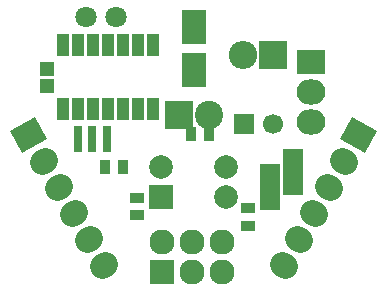
<source format=gts>
G04 #@! TF.FileFunction,Soldermask,Top*
%FSLAX46Y46*%
G04 Gerber Fmt 4.6, Leading zero omitted, Abs format (unit mm)*
G04 Created by KiCad (PCBNEW 4.0.2-stable) date Wednesday, September 07, 2016 'amt' 02:23:24 am*
%MOMM*%
G01*
G04 APERTURE LIST*
%ADD10C,0.100000*%
%ADD11R,1.700000X1.700000*%
%ADD12C,1.700000*%
%ADD13R,1.150000X1.200000*%
%ADD14R,2.000200X3.000960*%
%ADD15R,2.400000X2.400000*%
%ADD16C,2.400000*%
%ADD17R,1.000000X1.900000*%
%ADD18O,2.398980X2.398980*%
%ADD19R,2.398980X2.398980*%
%ADD20R,2.127200X2.127200*%
%ADD21O,2.127200X2.127200*%
%ADD22C,1.797000*%
%ADD23R,1.300000X0.900000*%
%ADD24R,0.900000X1.300000*%
%ADD25R,2.000000X2.000000*%
%ADD26C,2.000000*%
%ADD27R,0.800000X2.300000*%
%ADD28R,1.670000X1.365200*%
%ADD29C,2.127200*%
%ADD30R,2.432000X2.127200*%
%ADD31O,2.432000X2.127200*%
G04 APERTURE END LIST*
D10*
D11*
X161711000Y-118872000D03*
D12*
X164211000Y-118872000D03*
D13*
X145034000Y-115697000D03*
X145034000Y-114197000D03*
D14*
X157480000Y-110698280D03*
X157480000Y-114300000D03*
D15*
X156210000Y-118110000D03*
D16*
X158750000Y-118110000D03*
D17*
X146431000Y-117602000D03*
X147701000Y-117602000D03*
X148971000Y-117602000D03*
X150241000Y-117602000D03*
X151511000Y-117602000D03*
X152781000Y-117602000D03*
X154051000Y-117602000D03*
X154051000Y-112202000D03*
X152781000Y-112202000D03*
X151511000Y-112202000D03*
X150241000Y-112202000D03*
X148971000Y-112202000D03*
X147701000Y-112202000D03*
X146431000Y-112202000D03*
D18*
X161671000Y-113030000D03*
D19*
X164211000Y-113030000D03*
D20*
X154813000Y-131445000D03*
D21*
X154813000Y-128905000D03*
X157353000Y-131445000D03*
X157353000Y-128905000D03*
X159893000Y-131445000D03*
X159893000Y-128905000D03*
D22*
X150876000Y-109855000D03*
X148336000Y-109855000D03*
D23*
X162052000Y-127496000D03*
X162052000Y-125996000D03*
D24*
X151511000Y-122555000D03*
X150011000Y-122555000D03*
X158750000Y-119761000D03*
X157250000Y-119761000D03*
D25*
X154730000Y-125095000D03*
D26*
X154730000Y-122555000D03*
X160230000Y-122555000D03*
X160230000Y-125095000D03*
D27*
X147714000Y-120142000D03*
X148914000Y-120142000D03*
X150114000Y-120142000D03*
D23*
X152654000Y-125107000D03*
X152654000Y-126607000D03*
D28*
X163957000Y-122936000D03*
X163957000Y-124206000D03*
X163957000Y-125476000D03*
D10*
G36*
X142988713Y-121340582D02*
X141925113Y-119498372D01*
X144031287Y-118282372D01*
X145094887Y-120124582D01*
X142988713Y-121340582D01*
X142988713Y-121340582D01*
G37*
D29*
X144648018Y-122087382D02*
X144911982Y-121934982D01*
X145918018Y-124287086D02*
X146181982Y-124134686D01*
X147188018Y-126486791D02*
X147451982Y-126334391D01*
X148458018Y-128686495D02*
X148721982Y-128534095D01*
X149728018Y-130886200D02*
X149991982Y-130733800D01*
D10*
G36*
X169865113Y-120124582D02*
X170928713Y-118282372D01*
X173034887Y-119498372D01*
X171971287Y-121340582D01*
X169865113Y-120124582D01*
X169865113Y-120124582D01*
G37*
D29*
X170048018Y-121934982D02*
X170311982Y-122087382D01*
X168778018Y-124134686D02*
X169041982Y-124287086D01*
X167508018Y-126334391D02*
X167771982Y-126486791D01*
X166238018Y-128534095D02*
X166501982Y-128686495D01*
X164968018Y-130733800D02*
X165231982Y-130886200D01*
D30*
X167386000Y-113665000D03*
D31*
X167386000Y-116205000D03*
X167386000Y-118745000D03*
D28*
X165862000Y-124206000D03*
X165862000Y-122936000D03*
X165862000Y-121666000D03*
M02*

</source>
